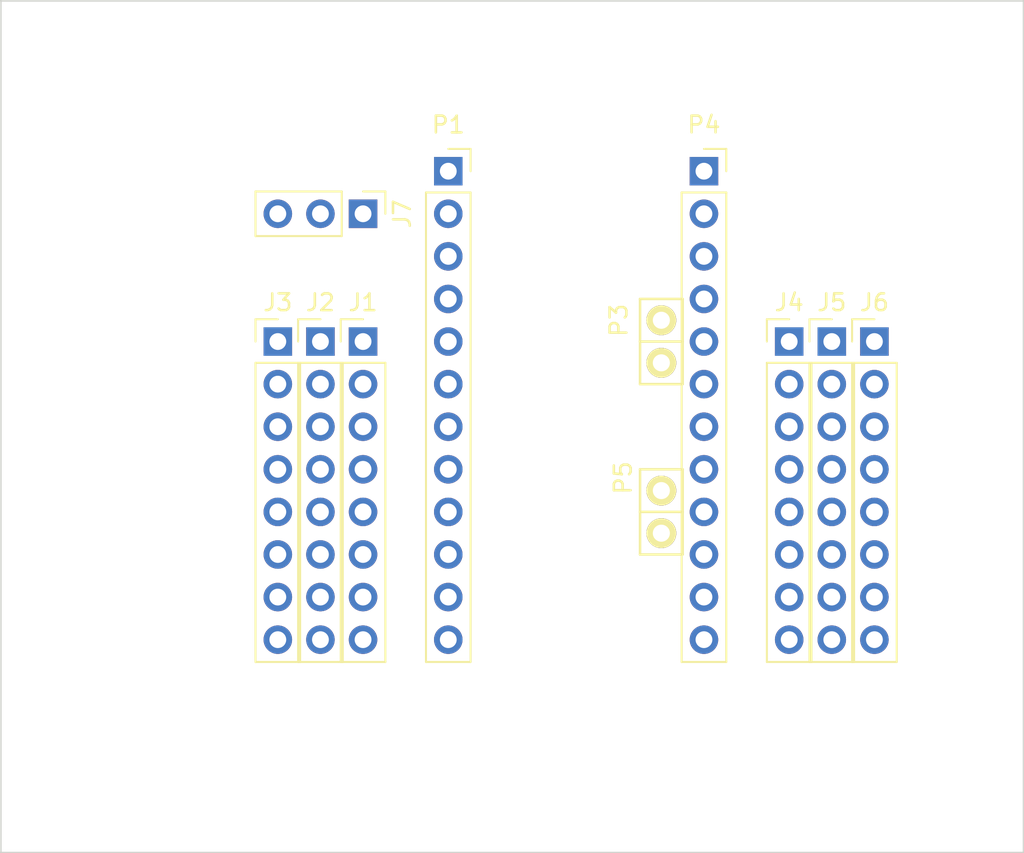
<source format=kicad_pcb>
(kicad_pcb (version 20171130) (host pcbnew "(5.1.5)-3")

  (general
    (thickness 1.6)
    (drawings 15)
    (tracks 0)
    (zones 0)
    (modules 11)
    (nets 20)
  )

  (page A4)
  (title_block
    (date "sam. 04 avril 2015")
  )

  (layers
    (0 F.Cu signal)
    (31 B.Cu signal hide)
    (32 B.Adhes user hide)
    (33 F.Adhes user hide)
    (34 B.Paste user hide)
    (35 F.Paste user)
    (36 B.SilkS user hide)
    (37 F.SilkS user)
    (38 B.Mask user hide)
    (39 F.Mask user)
    (40 Dwgs.User user hide)
    (41 Cmts.User user hide)
    (42 Eco1.User user hide)
    (43 Eco2.User user hide)
    (44 Edge.Cuts user)
    (45 Margin user hide)
    (46 B.CrtYd user hide)
    (47 F.CrtYd user)
    (48 B.Fab user)
    (49 F.Fab user)
  )

  (setup
    (last_trace_width 0.25)
    (trace_clearance 0.2)
    (zone_clearance 0.508)
    (zone_45_only no)
    (trace_min 0.2)
    (via_size 0.6)
    (via_drill 0.4)
    (via_min_size 0.4)
    (via_min_drill 0.3)
    (uvia_size 0.3)
    (uvia_drill 0.1)
    (uvias_allowed no)
    (uvia_min_size 0.2)
    (uvia_min_drill 0.1)
    (edge_width 0.1)
    (segment_width 0.15)
    (pcb_text_width 0.3)
    (pcb_text_size 1.5 1.5)
    (mod_edge_width 0.15)
    (mod_text_size 1 1)
    (mod_text_width 0.15)
    (pad_size 1.5 1.5)
    (pad_drill 0.6)
    (pad_to_mask_clearance 0)
    (aux_axis_origin 111.76 124.46)
    (grid_origin 111.76 124.46)
    (visible_elements 7FFFFFFF)
    (pcbplotparams
      (layerselection 0x00030_80000001)
      (usegerberextensions false)
      (usegerberattributes false)
      (usegerberadvancedattributes false)
      (creategerberjobfile false)
      (excludeedgelayer true)
      (linewidth 0.100000)
      (plotframeref false)
      (viasonmask false)
      (mode 1)
      (useauxorigin false)
      (hpglpennumber 1)
      (hpglpenspeed 20)
      (hpglpendiameter 15.000000)
      (psnegative false)
      (psa4output false)
      (plotreference true)
      (plotvalue true)
      (plotinvisibletext false)
      (padsonsilk false)
      (subtractmaskfromsilk false)
      (outputformat 1)
      (mirror false)
      (drillshape 1)
      (scaleselection 1)
      (outputdirectory ""))
  )

  (net 0 "")
  (net 1 GND)
  (net 2 /A3)
  (net 3 /A2)
  (net 4 /A1)
  (net 5 /A0)
  (net 6 /D2)
  (net 7 /D3)
  (net 8 /D4)
  (net 9 /D5)
  (net 10 /D6)
  (net 11 /D7)
  (net 12 /D8)
  (net 13 /D9)
  (net 14 /D10)
  (net 15 /D11)
  (net 16 /D12)
  (net 17 /D13)
  (net 18 +5V)
  (net 19 "/D0(RX)")

  (net_class Default "This is the default net class."
    (clearance 0.2)
    (trace_width 0.25)
    (via_dia 0.6)
    (via_drill 0.4)
    (uvia_dia 0.3)
    (uvia_drill 0.1)
    (add_net +5V)
    (add_net /A0)
    (add_net /A1)
    (add_net /A2)
    (add_net /A3)
    (add_net "/D0(RX)")
    (add_net /D10)
    (add_net /D11)
    (add_net /D12)
    (add_net /D13)
    (add_net /D2)
    (add_net /D3)
    (add_net /D4)
    (add_net /D5)
    (add_net /D6)
    (add_net /D7)
    (add_net /D8)
    (add_net /D9)
    (add_net GND)
  )

  (module Socket_Arduino_Pro_Mini:Socket_Strip_Arduino_1x02 locked (layer F.Cu) (tedit 55211235) (tstamp 552111F2)
    (at 151.13 92.71 270)
    (descr "Through hole socket strip")
    (tags "socket strip")
    (path /56D74FB3)
    (fp_text reference P3 (at 0 2.54 270) (layer F.SilkS)
      (effects (font (size 1 1) (thickness 0.15)))
    )
    (fp_text value ADC (at 2.54 2.54 270) (layer F.Fab)
      (effects (font (size 1 1) (thickness 0.15)))
    )
    (fp_line (start 1.27 -1.27) (end -1.27 -1.27) (layer F.SilkS) (width 0.15))
    (fp_line (start -1.27 -1.27) (end -1.27 1.27) (layer F.SilkS) (width 0.15))
    (fp_line (start -1.27 1.27) (end 1.27 1.27) (layer F.SilkS) (width 0.15))
    (fp_line (start 3.81 1.27) (end 1.27 1.27) (layer F.SilkS) (width 0.15))
    (fp_line (start -1.75 -1.75) (end -1.75 1.75) (layer F.CrtYd) (width 0.05))
    (fp_line (start 4.3 -1.75) (end 4.3 1.75) (layer F.CrtYd) (width 0.05))
    (fp_line (start -1.75 -1.75) (end 4.3 -1.75) (layer F.CrtYd) (width 0.05))
    (fp_line (start -1.75 1.75) (end 4.3 1.75) (layer F.CrtYd) (width 0.05))
    (fp_line (start 1.27 1.27) (end 1.27 -1.27) (layer F.SilkS) (width 0.15))
    (fp_line (start 1.27 -1.27) (end 3.81 -1.27) (layer F.SilkS) (width 0.15))
    (fp_line (start 3.81 -1.27) (end 3.81 1.27) (layer F.SilkS) (width 0.15))
    (pad 1 thru_hole circle (at 0 0 270) (size 1.778 1.778) (drill 1.016) (layers *.Cu *.Mask F.SilkS))
    (pad 2 thru_hole circle (at 2.54 0 270) (size 1.778 1.778) (drill 1.016) (layers *.Cu *.Mask F.SilkS))
  )

  (module Socket_Arduino_Pro_Mini:Socket_Strip_Arduino_1x02 locked (layer F.Cu) (tedit 55211334) (tstamp 5EC59F13)
    (at 151.13 102.87 270)
    (descr "Through hole socket strip")
    (tags "socket strip")
    (path /56D7505C)
    (fp_text reference P5 (at -0.762 2.286 270) (layer F.SilkS)
      (effects (font (size 1 1) (thickness 0.15)))
    )
    (fp_text value ADC (at 2.032 2.286 270) (layer F.Fab)
      (effects (font (size 1 1) (thickness 0.15)))
    )
    (fp_line (start 1.27 -1.27) (end -1.27 -1.27) (layer F.SilkS) (width 0.15))
    (fp_line (start -1.27 -1.27) (end -1.27 1.27) (layer F.SilkS) (width 0.15))
    (fp_line (start -1.27 1.27) (end 1.27 1.27) (layer F.SilkS) (width 0.15))
    (fp_line (start 3.81 1.27) (end 1.27 1.27) (layer F.SilkS) (width 0.15))
    (fp_line (start -1.75 -1.75) (end -1.75 1.75) (layer F.CrtYd) (width 0.05))
    (fp_line (start 4.3 -1.75) (end 4.3 1.75) (layer F.CrtYd) (width 0.05))
    (fp_line (start -1.75 -1.75) (end 4.3 -1.75) (layer F.CrtYd) (width 0.05))
    (fp_line (start -1.75 1.75) (end 4.3 1.75) (layer F.CrtYd) (width 0.05))
    (fp_line (start 1.27 1.27) (end 1.27 -1.27) (layer F.SilkS) (width 0.15))
    (fp_line (start 1.27 -1.27) (end 3.81 -1.27) (layer F.SilkS) (width 0.15))
    (fp_line (start 3.81 -1.27) (end 3.81 1.27) (layer F.SilkS) (width 0.15))
    (pad 1 thru_hole circle (at 0 0 270) (size 1.778 1.778) (drill 1.016) (layers *.Cu *.Mask F.SilkS))
    (pad 2 thru_hole circle (at 2.54 0 270) (size 1.778 1.778) (drill 1.016) (layers *.Cu *.Mask F.SilkS))
  )

  (module Connector_PinHeader_2.54mm:PinHeader_1x08_P2.54mm_Vertical (layer F.Cu) (tedit 59FED5CC) (tstamp 5EC5BF67)
    (at 133.35 93.98)
    (descr "Through hole straight pin header, 1x08, 2.54mm pitch, single row")
    (tags "Through hole pin header THT 1x08 2.54mm single row")
    (path /5EC5F20D)
    (fp_text reference J1 (at 0 -2.33) (layer F.SilkS)
      (effects (font (size 1 1) (thickness 0.15)))
    )
    (fp_text value Ch1_8 (at 0 20.11) (layer F.Fab)
      (effects (font (size 1 1) (thickness 0.15)))
    )
    (fp_line (start -0.635 -1.27) (end 1.27 -1.27) (layer F.Fab) (width 0.1))
    (fp_line (start 1.27 -1.27) (end 1.27 19.05) (layer F.Fab) (width 0.1))
    (fp_line (start 1.27 19.05) (end -1.27 19.05) (layer F.Fab) (width 0.1))
    (fp_line (start -1.27 19.05) (end -1.27 -0.635) (layer F.Fab) (width 0.1))
    (fp_line (start -1.27 -0.635) (end -0.635 -1.27) (layer F.Fab) (width 0.1))
    (fp_line (start -1.33 19.11) (end 1.33 19.11) (layer F.SilkS) (width 0.12))
    (fp_line (start -1.33 1.27) (end -1.33 19.11) (layer F.SilkS) (width 0.12))
    (fp_line (start 1.33 1.27) (end 1.33 19.11) (layer F.SilkS) (width 0.12))
    (fp_line (start -1.33 1.27) (end 1.33 1.27) (layer F.SilkS) (width 0.12))
    (fp_line (start -1.33 0) (end -1.33 -1.33) (layer F.SilkS) (width 0.12))
    (fp_line (start -1.33 -1.33) (end 0 -1.33) (layer F.SilkS) (width 0.12))
    (fp_line (start -1.8 -1.8) (end -1.8 19.55) (layer F.CrtYd) (width 0.05))
    (fp_line (start -1.8 19.55) (end 1.8 19.55) (layer F.CrtYd) (width 0.05))
    (fp_line (start 1.8 19.55) (end 1.8 -1.8) (layer F.CrtYd) (width 0.05))
    (fp_line (start 1.8 -1.8) (end -1.8 -1.8) (layer F.CrtYd) (width 0.05))
    (fp_text user %R (at 0 8.89 90) (layer F.Fab)
      (effects (font (size 1 1) (thickness 0.15)))
    )
    (pad 1 thru_hole rect (at 0 0) (size 1.7 1.7) (drill 1) (layers *.Cu *.Mask)
      (net 6 /D2))
    (pad 2 thru_hole oval (at 0 2.54) (size 1.7 1.7) (drill 1) (layers *.Cu *.Mask)
      (net 7 /D3))
    (pad 3 thru_hole oval (at 0 5.08) (size 1.7 1.7) (drill 1) (layers *.Cu *.Mask)
      (net 8 /D4))
    (pad 4 thru_hole oval (at 0 7.62) (size 1.7 1.7) (drill 1) (layers *.Cu *.Mask)
      (net 9 /D5))
    (pad 5 thru_hole oval (at 0 10.16) (size 1.7 1.7) (drill 1) (layers *.Cu *.Mask)
      (net 10 /D6))
    (pad 6 thru_hole oval (at 0 12.7) (size 1.7 1.7) (drill 1) (layers *.Cu *.Mask)
      (net 11 /D7))
    (pad 7 thru_hole oval (at 0 15.24) (size 1.7 1.7) (drill 1) (layers *.Cu *.Mask)
      (net 12 /D8))
    (pad 8 thru_hole oval (at 0 17.78) (size 1.7 1.7) (drill 1) (layers *.Cu *.Mask)
      (net 13 /D9))
    (model ${KISYS3DMOD}/Connector_PinHeader_2.54mm.3dshapes/PinHeader_1x08_P2.54mm_Vertical.wrl
      (at (xyz 0 0 0))
      (scale (xyz 1 1 1))
      (rotate (xyz 0 0 0))
    )
  )

  (module Connector_PinHeader_2.54mm:PinHeader_1x08_P2.54mm_Vertical (layer F.Cu) (tedit 59FED5CC) (tstamp 5EC5BF83)
    (at 158.75 93.98)
    (descr "Through hole straight pin header, 1x08, 2.54mm pitch, single row")
    (tags "Through hole pin header THT 1x08 2.54mm single row")
    (path /5EC649B4)
    (fp_text reference J4 (at 0 -2.33) (layer F.SilkS)
      (effects (font (size 1 1) (thickness 0.15)))
    )
    (fp_text value Ch9_16 (at 0 20.11) (layer F.Fab)
      (effects (font (size 1 1) (thickness 0.15)))
    )
    (fp_text user %R (at 0 8.89 90) (layer F.Fab)
      (effects (font (size 1 1) (thickness 0.15)))
    )
    (fp_line (start 1.8 -1.8) (end -1.8 -1.8) (layer F.CrtYd) (width 0.05))
    (fp_line (start 1.8 19.55) (end 1.8 -1.8) (layer F.CrtYd) (width 0.05))
    (fp_line (start -1.8 19.55) (end 1.8 19.55) (layer F.CrtYd) (width 0.05))
    (fp_line (start -1.8 -1.8) (end -1.8 19.55) (layer F.CrtYd) (width 0.05))
    (fp_line (start -1.33 -1.33) (end 0 -1.33) (layer F.SilkS) (width 0.12))
    (fp_line (start -1.33 0) (end -1.33 -1.33) (layer F.SilkS) (width 0.12))
    (fp_line (start -1.33 1.27) (end 1.33 1.27) (layer F.SilkS) (width 0.12))
    (fp_line (start 1.33 1.27) (end 1.33 19.11) (layer F.SilkS) (width 0.12))
    (fp_line (start -1.33 1.27) (end -1.33 19.11) (layer F.SilkS) (width 0.12))
    (fp_line (start -1.33 19.11) (end 1.33 19.11) (layer F.SilkS) (width 0.12))
    (fp_line (start -1.27 -0.635) (end -0.635 -1.27) (layer F.Fab) (width 0.1))
    (fp_line (start -1.27 19.05) (end -1.27 -0.635) (layer F.Fab) (width 0.1))
    (fp_line (start 1.27 19.05) (end -1.27 19.05) (layer F.Fab) (width 0.1))
    (fp_line (start 1.27 -1.27) (end 1.27 19.05) (layer F.Fab) (width 0.1))
    (fp_line (start -0.635 -1.27) (end 1.27 -1.27) (layer F.Fab) (width 0.1))
    (pad 8 thru_hole oval (at 0 17.78) (size 1.7 1.7) (drill 1) (layers *.Cu *.Mask)
      (net 14 /D10))
    (pad 7 thru_hole oval (at 0 15.24) (size 1.7 1.7) (drill 1) (layers *.Cu *.Mask)
      (net 15 /D11))
    (pad 6 thru_hole oval (at 0 12.7) (size 1.7 1.7) (drill 1) (layers *.Cu *.Mask)
      (net 16 /D12))
    (pad 5 thru_hole oval (at 0 10.16) (size 1.7 1.7) (drill 1) (layers *.Cu *.Mask)
      (net 17 /D13))
    (pad 4 thru_hole oval (at 0 7.62) (size 1.7 1.7) (drill 1) (layers *.Cu *.Mask)
      (net 5 /A0))
    (pad 3 thru_hole oval (at 0 5.08) (size 1.7 1.7) (drill 1) (layers *.Cu *.Mask)
      (net 4 /A1))
    (pad 2 thru_hole oval (at 0 2.54) (size 1.7 1.7) (drill 1) (layers *.Cu *.Mask)
      (net 3 /A2))
    (pad 1 thru_hole rect (at 0 0) (size 1.7 1.7) (drill 1) (layers *.Cu *.Mask)
      (net 2 /A3))
    (model ${KISYS3DMOD}/Connector_PinHeader_2.54mm.3dshapes/PinHeader_1x08_P2.54mm_Vertical.wrl
      (at (xyz 0 0 0))
      (scale (xyz 1 1 1))
      (rotate (xyz 0 0 0))
    )
  )

  (module Connector_PinHeader_2.54mm:PinHeader_1x08_P2.54mm_Vertical (layer F.Cu) (tedit 59FED5CC) (tstamp 5EC5BF9F)
    (at 128.27 93.98)
    (descr "Through hole straight pin header, 1x08, 2.54mm pitch, single row")
    (tags "Through hole pin header THT 1x08 2.54mm single row")
    (path /5EC7016E)
    (fp_text reference J3 (at 0 -2.33) (layer F.SilkS)
      (effects (font (size 1 1) (thickness 0.15)))
    )
    (fp_text value Ch1_8V- (at 0 20.11) (layer F.Fab)
      (effects (font (size 1 1) (thickness 0.15)))
    )
    (fp_text user %R (at 0 8.89 90) (layer F.Fab)
      (effects (font (size 1 1) (thickness 0.15)))
    )
    (fp_line (start 1.8 -1.8) (end -1.8 -1.8) (layer F.CrtYd) (width 0.05))
    (fp_line (start 1.8 19.55) (end 1.8 -1.8) (layer F.CrtYd) (width 0.05))
    (fp_line (start -1.8 19.55) (end 1.8 19.55) (layer F.CrtYd) (width 0.05))
    (fp_line (start -1.8 -1.8) (end -1.8 19.55) (layer F.CrtYd) (width 0.05))
    (fp_line (start -1.33 -1.33) (end 0 -1.33) (layer F.SilkS) (width 0.12))
    (fp_line (start -1.33 0) (end -1.33 -1.33) (layer F.SilkS) (width 0.12))
    (fp_line (start -1.33 1.27) (end 1.33 1.27) (layer F.SilkS) (width 0.12))
    (fp_line (start 1.33 1.27) (end 1.33 19.11) (layer F.SilkS) (width 0.12))
    (fp_line (start -1.33 1.27) (end -1.33 19.11) (layer F.SilkS) (width 0.12))
    (fp_line (start -1.33 19.11) (end 1.33 19.11) (layer F.SilkS) (width 0.12))
    (fp_line (start -1.27 -0.635) (end -0.635 -1.27) (layer F.Fab) (width 0.1))
    (fp_line (start -1.27 19.05) (end -1.27 -0.635) (layer F.Fab) (width 0.1))
    (fp_line (start 1.27 19.05) (end -1.27 19.05) (layer F.Fab) (width 0.1))
    (fp_line (start 1.27 -1.27) (end 1.27 19.05) (layer F.Fab) (width 0.1))
    (fp_line (start -0.635 -1.27) (end 1.27 -1.27) (layer F.Fab) (width 0.1))
    (pad 8 thru_hole oval (at 0 17.78) (size 1.7 1.7) (drill 1) (layers *.Cu *.Mask)
      (net 1 GND))
    (pad 7 thru_hole oval (at 0 15.24) (size 1.7 1.7) (drill 1) (layers *.Cu *.Mask)
      (net 1 GND))
    (pad 6 thru_hole oval (at 0 12.7) (size 1.7 1.7) (drill 1) (layers *.Cu *.Mask)
      (net 1 GND))
    (pad 5 thru_hole oval (at 0 10.16) (size 1.7 1.7) (drill 1) (layers *.Cu *.Mask)
      (net 1 GND))
    (pad 4 thru_hole oval (at 0 7.62) (size 1.7 1.7) (drill 1) (layers *.Cu *.Mask)
      (net 1 GND))
    (pad 3 thru_hole oval (at 0 5.08) (size 1.7 1.7) (drill 1) (layers *.Cu *.Mask)
      (net 1 GND))
    (pad 2 thru_hole oval (at 0 2.54) (size 1.7 1.7) (drill 1) (layers *.Cu *.Mask)
      (net 1 GND))
    (pad 1 thru_hole rect (at 0 0) (size 1.7 1.7) (drill 1) (layers *.Cu *.Mask)
      (net 1 GND))
    (model ${KISYS3DMOD}/Connector_PinHeader_2.54mm.3dshapes/PinHeader_1x08_P2.54mm_Vertical.wrl
      (at (xyz 0 0 0))
      (scale (xyz 1 1 1))
      (rotate (xyz 0 0 0))
    )
  )

  (module Connector_PinHeader_2.54mm:PinHeader_1x08_P2.54mm_Vertical (layer F.Cu) (tedit 59FED5CC) (tstamp 5EC5BFBB)
    (at 130.81 93.98)
    (descr "Through hole straight pin header, 1x08, 2.54mm pitch, single row")
    (tags "Through hole pin header THT 1x08 2.54mm single row")
    (path /5EC6F553)
    (fp_text reference J2 (at 0 -2.33) (layer F.SilkS)
      (effects (font (size 1 1) (thickness 0.15)))
    )
    (fp_text value Ch1_8V+ (at 0 20.11) (layer F.Fab)
      (effects (font (size 1 1) (thickness 0.15)))
    )
    (fp_line (start -0.635 -1.27) (end 1.27 -1.27) (layer F.Fab) (width 0.1))
    (fp_line (start 1.27 -1.27) (end 1.27 19.05) (layer F.Fab) (width 0.1))
    (fp_line (start 1.27 19.05) (end -1.27 19.05) (layer F.Fab) (width 0.1))
    (fp_line (start -1.27 19.05) (end -1.27 -0.635) (layer F.Fab) (width 0.1))
    (fp_line (start -1.27 -0.635) (end -0.635 -1.27) (layer F.Fab) (width 0.1))
    (fp_line (start -1.33 19.11) (end 1.33 19.11) (layer F.SilkS) (width 0.12))
    (fp_line (start -1.33 1.27) (end -1.33 19.11) (layer F.SilkS) (width 0.12))
    (fp_line (start 1.33 1.27) (end 1.33 19.11) (layer F.SilkS) (width 0.12))
    (fp_line (start -1.33 1.27) (end 1.33 1.27) (layer F.SilkS) (width 0.12))
    (fp_line (start -1.33 0) (end -1.33 -1.33) (layer F.SilkS) (width 0.12))
    (fp_line (start -1.33 -1.33) (end 0 -1.33) (layer F.SilkS) (width 0.12))
    (fp_line (start -1.8 -1.8) (end -1.8 19.55) (layer F.CrtYd) (width 0.05))
    (fp_line (start -1.8 19.55) (end 1.8 19.55) (layer F.CrtYd) (width 0.05))
    (fp_line (start 1.8 19.55) (end 1.8 -1.8) (layer F.CrtYd) (width 0.05))
    (fp_line (start 1.8 -1.8) (end -1.8 -1.8) (layer F.CrtYd) (width 0.05))
    (fp_text user %R (at 0 8.89 90) (layer F.Fab)
      (effects (font (size 1 1) (thickness 0.15)))
    )
    (pad 1 thru_hole rect (at 0 0) (size 1.7 1.7) (drill 1) (layers *.Cu *.Mask)
      (net 18 +5V))
    (pad 2 thru_hole oval (at 0 2.54) (size 1.7 1.7) (drill 1) (layers *.Cu *.Mask)
      (net 18 +5V))
    (pad 3 thru_hole oval (at 0 5.08) (size 1.7 1.7) (drill 1) (layers *.Cu *.Mask)
      (net 18 +5V))
    (pad 4 thru_hole oval (at 0 7.62) (size 1.7 1.7) (drill 1) (layers *.Cu *.Mask)
      (net 18 +5V))
    (pad 5 thru_hole oval (at 0 10.16) (size 1.7 1.7) (drill 1) (layers *.Cu *.Mask)
      (net 18 +5V))
    (pad 6 thru_hole oval (at 0 12.7) (size 1.7 1.7) (drill 1) (layers *.Cu *.Mask)
      (net 18 +5V))
    (pad 7 thru_hole oval (at 0 15.24) (size 1.7 1.7) (drill 1) (layers *.Cu *.Mask)
      (net 18 +5V))
    (pad 8 thru_hole oval (at 0 17.78) (size 1.7 1.7) (drill 1) (layers *.Cu *.Mask)
      (net 18 +5V))
    (model ${KISYS3DMOD}/Connector_PinHeader_2.54mm.3dshapes/PinHeader_1x08_P2.54mm_Vertical.wrl
      (at (xyz 0 0 0))
      (scale (xyz 1 1 1))
      (rotate (xyz 0 0 0))
    )
  )

  (module Connector_PinHeader_2.54mm:PinHeader_1x08_P2.54mm_Vertical (layer F.Cu) (tedit 59FED5CC) (tstamp 5EC5BFD7)
    (at 161.29 93.98)
    (descr "Through hole straight pin header, 1x08, 2.54mm pitch, single row")
    (tags "Through hole pin header THT 1x08 2.54mm single row")
    (path /5EC7CFB8)
    (fp_text reference J5 (at 0 -2.33) (layer F.SilkS)
      (effects (font (size 1 1) (thickness 0.15)))
    )
    (fp_text value Ch9_16V+ (at 0 20.11) (layer F.Fab)
      (effects (font (size 1 1) (thickness 0.15)))
    )
    (fp_line (start -0.635 -1.27) (end 1.27 -1.27) (layer F.Fab) (width 0.1))
    (fp_line (start 1.27 -1.27) (end 1.27 19.05) (layer F.Fab) (width 0.1))
    (fp_line (start 1.27 19.05) (end -1.27 19.05) (layer F.Fab) (width 0.1))
    (fp_line (start -1.27 19.05) (end -1.27 -0.635) (layer F.Fab) (width 0.1))
    (fp_line (start -1.27 -0.635) (end -0.635 -1.27) (layer F.Fab) (width 0.1))
    (fp_line (start -1.33 19.11) (end 1.33 19.11) (layer F.SilkS) (width 0.12))
    (fp_line (start -1.33 1.27) (end -1.33 19.11) (layer F.SilkS) (width 0.12))
    (fp_line (start 1.33 1.27) (end 1.33 19.11) (layer F.SilkS) (width 0.12))
    (fp_line (start -1.33 1.27) (end 1.33 1.27) (layer F.SilkS) (width 0.12))
    (fp_line (start -1.33 0) (end -1.33 -1.33) (layer F.SilkS) (width 0.12))
    (fp_line (start -1.33 -1.33) (end 0 -1.33) (layer F.SilkS) (width 0.12))
    (fp_line (start -1.8 -1.8) (end -1.8 19.55) (layer F.CrtYd) (width 0.05))
    (fp_line (start -1.8 19.55) (end 1.8 19.55) (layer F.CrtYd) (width 0.05))
    (fp_line (start 1.8 19.55) (end 1.8 -1.8) (layer F.CrtYd) (width 0.05))
    (fp_line (start 1.8 -1.8) (end -1.8 -1.8) (layer F.CrtYd) (width 0.05))
    (fp_text user %R (at 0 8.89 90) (layer F.Fab)
      (effects (font (size 1 1) (thickness 0.15)))
    )
    (pad 1 thru_hole rect (at 0 0) (size 1.7 1.7) (drill 1) (layers *.Cu *.Mask)
      (net 18 +5V))
    (pad 2 thru_hole oval (at 0 2.54) (size 1.7 1.7) (drill 1) (layers *.Cu *.Mask)
      (net 18 +5V))
    (pad 3 thru_hole oval (at 0 5.08) (size 1.7 1.7) (drill 1) (layers *.Cu *.Mask)
      (net 18 +5V))
    (pad 4 thru_hole oval (at 0 7.62) (size 1.7 1.7) (drill 1) (layers *.Cu *.Mask)
      (net 18 +5V))
    (pad 5 thru_hole oval (at 0 10.16) (size 1.7 1.7) (drill 1) (layers *.Cu *.Mask)
      (net 18 +5V))
    (pad 6 thru_hole oval (at 0 12.7) (size 1.7 1.7) (drill 1) (layers *.Cu *.Mask)
      (net 18 +5V))
    (pad 7 thru_hole oval (at 0 15.24) (size 1.7 1.7) (drill 1) (layers *.Cu *.Mask)
      (net 18 +5V))
    (pad 8 thru_hole oval (at 0 17.78) (size 1.7 1.7) (drill 1) (layers *.Cu *.Mask)
      (net 18 +5V))
    (model ${KISYS3DMOD}/Connector_PinHeader_2.54mm.3dshapes/PinHeader_1x08_P2.54mm_Vertical.wrl
      (at (xyz 0 0 0))
      (scale (xyz 1 1 1))
      (rotate (xyz 0 0 0))
    )
  )

  (module Connector_PinHeader_2.54mm:PinHeader_1x08_P2.54mm_Vertical (layer F.Cu) (tedit 59FED5CC) (tstamp 5EC5BFF3)
    (at 163.83 93.98)
    (descr "Through hole straight pin header, 1x08, 2.54mm pitch, single row")
    (tags "Through hole pin header THT 1x08 2.54mm single row")
    (path /5EC7CFC2)
    (fp_text reference J6 (at 0 -2.33) (layer F.SilkS)
      (effects (font (size 1 1) (thickness 0.15)))
    )
    (fp_text value Ch9_16V- (at 0 20.11) (layer F.Fab)
      (effects (font (size 1 1) (thickness 0.15)))
    )
    (fp_text user %R (at 0 8.89 90) (layer F.Fab)
      (effects (font (size 1 1) (thickness 0.15)))
    )
    (fp_line (start 1.8 -1.8) (end -1.8 -1.8) (layer F.CrtYd) (width 0.05))
    (fp_line (start 1.8 19.55) (end 1.8 -1.8) (layer F.CrtYd) (width 0.05))
    (fp_line (start -1.8 19.55) (end 1.8 19.55) (layer F.CrtYd) (width 0.05))
    (fp_line (start -1.8 -1.8) (end -1.8 19.55) (layer F.CrtYd) (width 0.05))
    (fp_line (start -1.33 -1.33) (end 0 -1.33) (layer F.SilkS) (width 0.12))
    (fp_line (start -1.33 0) (end -1.33 -1.33) (layer F.SilkS) (width 0.12))
    (fp_line (start -1.33 1.27) (end 1.33 1.27) (layer F.SilkS) (width 0.12))
    (fp_line (start 1.33 1.27) (end 1.33 19.11) (layer F.SilkS) (width 0.12))
    (fp_line (start -1.33 1.27) (end -1.33 19.11) (layer F.SilkS) (width 0.12))
    (fp_line (start -1.33 19.11) (end 1.33 19.11) (layer F.SilkS) (width 0.12))
    (fp_line (start -1.27 -0.635) (end -0.635 -1.27) (layer F.Fab) (width 0.1))
    (fp_line (start -1.27 19.05) (end -1.27 -0.635) (layer F.Fab) (width 0.1))
    (fp_line (start 1.27 19.05) (end -1.27 19.05) (layer F.Fab) (width 0.1))
    (fp_line (start 1.27 -1.27) (end 1.27 19.05) (layer F.Fab) (width 0.1))
    (fp_line (start -0.635 -1.27) (end 1.27 -1.27) (layer F.Fab) (width 0.1))
    (pad 8 thru_hole oval (at 0 17.78) (size 1.7 1.7) (drill 1) (layers *.Cu *.Mask)
      (net 1 GND))
    (pad 7 thru_hole oval (at 0 15.24) (size 1.7 1.7) (drill 1) (layers *.Cu *.Mask)
      (net 1 GND))
    (pad 6 thru_hole oval (at 0 12.7) (size 1.7 1.7) (drill 1) (layers *.Cu *.Mask)
      (net 1 GND))
    (pad 5 thru_hole oval (at 0 10.16) (size 1.7 1.7) (drill 1) (layers *.Cu *.Mask)
      (net 1 GND))
    (pad 4 thru_hole oval (at 0 7.62) (size 1.7 1.7) (drill 1) (layers *.Cu *.Mask)
      (net 1 GND))
    (pad 3 thru_hole oval (at 0 5.08) (size 1.7 1.7) (drill 1) (layers *.Cu *.Mask)
      (net 1 GND))
    (pad 2 thru_hole oval (at 0 2.54) (size 1.7 1.7) (drill 1) (layers *.Cu *.Mask)
      (net 1 GND))
    (pad 1 thru_hole rect (at 0 0) (size 1.7 1.7) (drill 1) (layers *.Cu *.Mask)
      (net 1 GND))
    (model ${KISYS3DMOD}/Connector_PinHeader_2.54mm.3dshapes/PinHeader_1x08_P2.54mm_Vertical.wrl
      (at (xyz 0 0 0))
      (scale (xyz 1 1 1))
      (rotate (xyz 0 0 0))
    )
  )

  (module Connector_PinHeader_2.54mm:PinHeader_1x03_P2.54mm_Vertical (layer F.Cu) (tedit 59FED5CC) (tstamp 5EC5C36A)
    (at 133.35 86.36 270)
    (descr "Through hole straight pin header, 1x03, 2.54mm pitch, single row")
    (tags "Through hole pin header THT 1x03 2.54mm single row")
    (path /5EC91016)
    (fp_text reference J7 (at 0 -2.33 90) (layer F.SilkS)
      (effects (font (size 1 1) (thickness 0.15)))
    )
    (fp_text value Conn_01x03 (at 0 7.41 90) (layer F.Fab)
      (effects (font (size 1 1) (thickness 0.15)))
    )
    (fp_line (start -0.635 -1.27) (end 1.27 -1.27) (layer F.Fab) (width 0.1))
    (fp_line (start 1.27 -1.27) (end 1.27 6.35) (layer F.Fab) (width 0.1))
    (fp_line (start 1.27 6.35) (end -1.27 6.35) (layer F.Fab) (width 0.1))
    (fp_line (start -1.27 6.35) (end -1.27 -0.635) (layer F.Fab) (width 0.1))
    (fp_line (start -1.27 -0.635) (end -0.635 -1.27) (layer F.Fab) (width 0.1))
    (fp_line (start -1.33 6.41) (end 1.33 6.41) (layer F.SilkS) (width 0.12))
    (fp_line (start -1.33 1.27) (end -1.33 6.41) (layer F.SilkS) (width 0.12))
    (fp_line (start 1.33 1.27) (end 1.33 6.41) (layer F.SilkS) (width 0.12))
    (fp_line (start -1.33 1.27) (end 1.33 1.27) (layer F.SilkS) (width 0.12))
    (fp_line (start -1.33 0) (end -1.33 -1.33) (layer F.SilkS) (width 0.12))
    (fp_line (start -1.33 -1.33) (end 0 -1.33) (layer F.SilkS) (width 0.12))
    (fp_line (start -1.8 -1.8) (end -1.8 6.85) (layer F.CrtYd) (width 0.05))
    (fp_line (start -1.8 6.85) (end 1.8 6.85) (layer F.CrtYd) (width 0.05))
    (fp_line (start 1.8 6.85) (end 1.8 -1.8) (layer F.CrtYd) (width 0.05))
    (fp_line (start 1.8 -1.8) (end -1.8 -1.8) (layer F.CrtYd) (width 0.05))
    (fp_text user %R (at 0 2.54) (layer F.Fab)
      (effects (font (size 1 1) (thickness 0.15)))
    )
    (pad 1 thru_hole rect (at 0 0 270) (size 1.7 1.7) (drill 1) (layers *.Cu *.Mask)
      (net 19 "/D0(RX)"))
    (pad 2 thru_hole oval (at 0 2.54 270) (size 1.7 1.7) (drill 1) (layers *.Cu *.Mask)
      (net 18 +5V))
    (pad 3 thru_hole oval (at 0 5.08 270) (size 1.7 1.7) (drill 1) (layers *.Cu *.Mask)
      (net 1 GND))
    (model ${KISYS3DMOD}/Connector_PinHeader_2.54mm.3dshapes/PinHeader_1x03_P2.54mm_Vertical.wrl
      (at (xyz 0 0 0))
      (scale (xyz 1 1 1))
      (rotate (xyz 0 0 0))
    )
  )

  (module Connector_PinSocket_2.54mm:PinSocket_1x12_P2.54mm_Vertical locked (layer F.Cu) (tedit 5A19A41D) (tstamp 5EC5C00B)
    (at 138.43 83.82)
    (descr "Through hole straight socket strip, 1x12, 2.54mm pitch, single row (from Kicad 4.0.7), script generated")
    (tags "Through hole socket strip THT 1x12 2.54mm single row")
    (path /56D754D1)
    (fp_text reference P1 (at 0 -2.77) (layer F.SilkS)
      (effects (font (size 1 1) (thickness 0.15)))
    )
    (fp_text value Digital (at 0 30.71) (layer F.Fab)
      (effects (font (size 1 1) (thickness 0.15)))
    )
    (fp_line (start -1.27 -1.27) (end 0.635 -1.27) (layer F.Fab) (width 0.1))
    (fp_line (start 0.635 -1.27) (end 1.27 -0.635) (layer F.Fab) (width 0.1))
    (fp_line (start 1.27 -0.635) (end 1.27 29.21) (layer F.Fab) (width 0.1))
    (fp_line (start 1.27 29.21) (end -1.27 29.21) (layer F.Fab) (width 0.1))
    (fp_line (start -1.27 29.21) (end -1.27 -1.27) (layer F.Fab) (width 0.1))
    (fp_line (start -1.33 1.27) (end 1.33 1.27) (layer F.SilkS) (width 0.12))
    (fp_line (start -1.33 1.27) (end -1.33 29.27) (layer F.SilkS) (width 0.12))
    (fp_line (start -1.33 29.27) (end 1.33 29.27) (layer F.SilkS) (width 0.12))
    (fp_line (start 1.33 1.27) (end 1.33 29.27) (layer F.SilkS) (width 0.12))
    (fp_line (start 1.33 -1.33) (end 1.33 0) (layer F.SilkS) (width 0.12))
    (fp_line (start 0 -1.33) (end 1.33 -1.33) (layer F.SilkS) (width 0.12))
    (fp_line (start -1.8 -1.8) (end 1.75 -1.8) (layer F.CrtYd) (width 0.05))
    (fp_line (start 1.75 -1.8) (end 1.75 29.7) (layer F.CrtYd) (width 0.05))
    (fp_line (start 1.75 29.7) (end -1.8 29.7) (layer F.CrtYd) (width 0.05))
    (fp_line (start -1.8 29.7) (end -1.8 -1.8) (layer F.CrtYd) (width 0.05))
    (fp_text user %R (at 0 13.97 90) (layer F.Fab)
      (effects (font (size 1 1) (thickness 0.15)))
    )
    (pad 1 thru_hole rect (at 0 0) (size 1.7 1.7) (drill 1) (layers *.Cu *.Mask))
    (pad 2 thru_hole oval (at 0 2.54) (size 1.7 1.7) (drill 1) (layers *.Cu *.Mask)
      (net 19 "/D0(RX)"))
    (pad 3 thru_hole oval (at 0 5.08) (size 1.7 1.7) (drill 1) (layers *.Cu *.Mask))
    (pad 4 thru_hole oval (at 0 7.62) (size 1.7 1.7) (drill 1) (layers *.Cu *.Mask)
      (net 1 GND))
    (pad 5 thru_hole oval (at 0 10.16) (size 1.7 1.7) (drill 1) (layers *.Cu *.Mask)
      (net 6 /D2))
    (pad 6 thru_hole oval (at 0 12.7) (size 1.7 1.7) (drill 1) (layers *.Cu *.Mask)
      (net 7 /D3))
    (pad 7 thru_hole oval (at 0 15.24) (size 1.7 1.7) (drill 1) (layers *.Cu *.Mask)
      (net 8 /D4))
    (pad 8 thru_hole oval (at 0 17.78) (size 1.7 1.7) (drill 1) (layers *.Cu *.Mask)
      (net 9 /D5))
    (pad 9 thru_hole oval (at 0 20.32) (size 1.7 1.7) (drill 1) (layers *.Cu *.Mask)
      (net 10 /D6))
    (pad 10 thru_hole oval (at 0 22.86) (size 1.7 1.7) (drill 1) (layers *.Cu *.Mask)
      (net 11 /D7))
    (pad 11 thru_hole oval (at 0 25.4) (size 1.7 1.7) (drill 1) (layers *.Cu *.Mask)
      (net 12 /D8))
    (pad 12 thru_hole oval (at 0 27.94) (size 1.7 1.7) (drill 1) (layers *.Cu *.Mask)
      (net 13 /D9))
    (model ${KISYS3DMOD}/Connector_PinSocket_2.54mm.3dshapes/PinSocket_1x12_P2.54mm_Vertical.wrl
      (at (xyz 0 0 0))
      (scale (xyz 1 1 1))
      (rotate (xyz 0 0 0))
    )
  )

  (module Connector_PinSocket_2.54mm:PinSocket_1x12_P2.54mm_Vertical locked (layer F.Cu) (tedit 5A19A41D) (tstamp 5EC5C02A)
    (at 153.67 83.82)
    (descr "Through hole straight socket strip, 1x12, 2.54mm pitch, single row (from Kicad 4.0.7), script generated")
    (tags "Through hole socket strip THT 1x12 2.54mm single row")
    (path /56D755F3)
    (fp_text reference P4 (at 0 -2.77) (layer F.SilkS)
      (effects (font (size 1 1) (thickness 0.15)))
    )
    (fp_text value Analog (at 0 30.71) (layer F.Fab)
      (effects (font (size 1 1) (thickness 0.15)))
    )
    (fp_text user %R (at 0 13.97 90) (layer F.Fab)
      (effects (font (size 1 1) (thickness 0.15)))
    )
    (fp_line (start -1.8 29.7) (end -1.8 -1.8) (layer F.CrtYd) (width 0.05))
    (fp_line (start 1.75 29.7) (end -1.8 29.7) (layer F.CrtYd) (width 0.05))
    (fp_line (start 1.75 -1.8) (end 1.75 29.7) (layer F.CrtYd) (width 0.05))
    (fp_line (start -1.8 -1.8) (end 1.75 -1.8) (layer F.CrtYd) (width 0.05))
    (fp_line (start 0 -1.33) (end 1.33 -1.33) (layer F.SilkS) (width 0.12))
    (fp_line (start 1.33 -1.33) (end 1.33 0) (layer F.SilkS) (width 0.12))
    (fp_line (start 1.33 1.27) (end 1.33 29.27) (layer F.SilkS) (width 0.12))
    (fp_line (start -1.33 29.27) (end 1.33 29.27) (layer F.SilkS) (width 0.12))
    (fp_line (start -1.33 1.27) (end -1.33 29.27) (layer F.SilkS) (width 0.12))
    (fp_line (start -1.33 1.27) (end 1.33 1.27) (layer F.SilkS) (width 0.12))
    (fp_line (start -1.27 29.21) (end -1.27 -1.27) (layer F.Fab) (width 0.1))
    (fp_line (start 1.27 29.21) (end -1.27 29.21) (layer F.Fab) (width 0.1))
    (fp_line (start 1.27 -0.635) (end 1.27 29.21) (layer F.Fab) (width 0.1))
    (fp_line (start 0.635 -1.27) (end 1.27 -0.635) (layer F.Fab) (width 0.1))
    (fp_line (start -1.27 -1.27) (end 0.635 -1.27) (layer F.Fab) (width 0.1))
    (pad 12 thru_hole oval (at 0 27.94) (size 1.7 1.7) (drill 1) (layers *.Cu *.Mask)
      (net 14 /D10))
    (pad 11 thru_hole oval (at 0 25.4) (size 1.7 1.7) (drill 1) (layers *.Cu *.Mask)
      (net 15 /D11))
    (pad 10 thru_hole oval (at 0 22.86) (size 1.7 1.7) (drill 1) (layers *.Cu *.Mask)
      (net 16 /D12))
    (pad 9 thru_hole oval (at 0 20.32) (size 1.7 1.7) (drill 1) (layers *.Cu *.Mask)
      (net 17 /D13))
    (pad 8 thru_hole oval (at 0 17.78) (size 1.7 1.7) (drill 1) (layers *.Cu *.Mask)
      (net 5 /A0))
    (pad 7 thru_hole oval (at 0 15.24) (size 1.7 1.7) (drill 1) (layers *.Cu *.Mask)
      (net 4 /A1))
    (pad 6 thru_hole oval (at 0 12.7) (size 1.7 1.7) (drill 1) (layers *.Cu *.Mask)
      (net 3 /A2))
    (pad 5 thru_hole oval (at 0 10.16) (size 1.7 1.7) (drill 1) (layers *.Cu *.Mask)
      (net 2 /A3))
    (pad 4 thru_hole oval (at 0 7.62) (size 1.7 1.7) (drill 1) (layers *.Cu *.Mask))
    (pad 3 thru_hole oval (at 0 5.08) (size 1.7 1.7) (drill 1) (layers *.Cu *.Mask)
      (net 1 GND))
    (pad 2 thru_hole oval (at 0 2.54) (size 1.7 1.7) (drill 1) (layers *.Cu *.Mask))
    (pad 1 thru_hole rect (at 0 0) (size 1.7 1.7) (drill 1) (layers *.Cu *.Mask))
    (model ${KISYS3DMOD}/Connector_PinSocket_2.54mm.3dshapes/PinSocket_1x12_P2.54mm_Vertical.wrl
      (at (xyz 0 0 0))
      (scale (xyz 1 1 1))
      (rotate (xyz 0 0 0))
    )
  )

  (gr_line (start 134.62 83.82) (end 142.24 83.82) (layer F.Fab) (width 0.15))
  (gr_line (start 138.43 80.01) (end 138.43 86.36) (layer F.Fab) (width 0.15))
  (gr_line (start 153.67 80.01) (end 153.67 86.36) (layer F.Fab) (width 0.15))
  (gr_line (start 149.86 83.82) (end 157.48 83.82) (layer F.Fab) (width 0.15))
  (gr_line (start 111.76 73.66) (end 111.76 124.46) (layer Edge.Cuts) (width 0.1) (tstamp 5EC59EBB))
  (gr_line (start 172.72 73.66) (end 111.76 73.66) (layer Edge.Cuts) (width 0.1))
  (gr_line (start 172.72 124.46) (end 172.72 73.66) (layer Edge.Cuts) (width 0.1))
  (gr_line (start 111.76 124.46) (end 172.72 124.46) (layer Edge.Cuts) (width 0.1))
  (gr_text 1 (at 136.525 85.217) (layer Dwgs.User)
    (effects (font (size 1.5 1.5) (thickness 0.3)))
  )
  (gr_line (start 143.51 113.03) (end 143.51 107.95) (angle 90) (layer Dwgs.User) (width 0.15))
  (gr_line (start 148.59 113.03) (end 143.51 113.03) (angle 90) (layer Dwgs.User) (width 0.15))
  (gr_line (start 148.59 107.95) (end 148.59 113.03) (angle 90) (layer Dwgs.User) (width 0.15))
  (gr_line (start 143.51 107.95) (end 148.59 107.95) (angle 90) (layer Dwgs.User) (width 0.15))
  (gr_circle (center 146.05 110.49) (end 144.78 110.49) (layer Dwgs.User) (width 0.15))
  (gr_line (start 139.7 114.3) (end 137.16 114.3) (angle 90) (layer Dwgs.User) (width 0.2))

)

</source>
